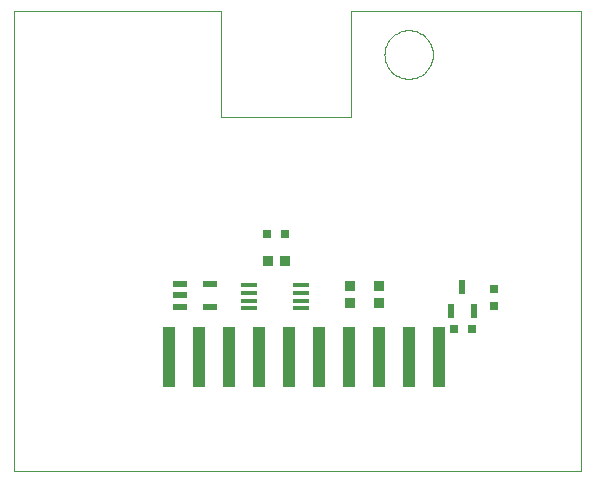
<source format=gtp>
G75*
%MOIN*%
%OFA0B0*%
%FSLAX24Y24*%
%IPPOS*%
%LPD*%
%AMOC8*
5,1,8,0,0,1.08239X$1,22.5*
%
%ADD10C,0.0000*%
%ADD11R,0.0500X0.0220*%
%ADD12R,0.0560X0.0170*%
%ADD13R,0.0220X0.0500*%
%ADD14R,0.0315X0.0315*%
%ADD15R,0.0374X0.0374*%
%ADD16R,0.0394X0.2000*%
D10*
X000139Y000149D02*
X000139Y015504D01*
X007029Y015504D01*
X007029Y011960D01*
X011360Y011960D01*
X011360Y015504D01*
X019037Y015504D01*
X019037Y000149D01*
X000139Y000149D01*
X012482Y014047D02*
X012484Y014103D01*
X012490Y014159D01*
X012500Y014215D01*
X012513Y014269D01*
X012531Y014323D01*
X012552Y014375D01*
X012576Y014426D01*
X012605Y014475D01*
X012636Y014521D01*
X012671Y014566D01*
X012708Y014608D01*
X012749Y014647D01*
X012792Y014683D01*
X012838Y014716D01*
X012885Y014746D01*
X012935Y014772D01*
X012987Y014795D01*
X013040Y014815D01*
X013094Y014830D01*
X013149Y014842D01*
X013205Y014850D01*
X013261Y014854D01*
X013317Y014854D01*
X013373Y014850D01*
X013429Y014842D01*
X013484Y014830D01*
X013538Y014815D01*
X013591Y014795D01*
X013643Y014772D01*
X013692Y014746D01*
X013740Y014716D01*
X013786Y014683D01*
X013829Y014647D01*
X013870Y014608D01*
X013907Y014566D01*
X013942Y014521D01*
X013973Y014475D01*
X014002Y014426D01*
X014026Y014375D01*
X014047Y014323D01*
X014065Y014269D01*
X014078Y014215D01*
X014088Y014159D01*
X014094Y014103D01*
X014096Y014047D01*
X014094Y013991D01*
X014088Y013935D01*
X014078Y013879D01*
X014065Y013825D01*
X014047Y013771D01*
X014026Y013719D01*
X014002Y013668D01*
X013973Y013619D01*
X013942Y013573D01*
X013907Y013528D01*
X013870Y013486D01*
X013829Y013447D01*
X013786Y013411D01*
X013740Y013378D01*
X013693Y013348D01*
X013643Y013322D01*
X013591Y013299D01*
X013538Y013279D01*
X013484Y013264D01*
X013429Y013252D01*
X013373Y013244D01*
X013317Y013240D01*
X013261Y013240D01*
X013205Y013244D01*
X013149Y013252D01*
X013094Y013264D01*
X013040Y013279D01*
X012987Y013299D01*
X012935Y013322D01*
X012885Y013348D01*
X012838Y013378D01*
X012792Y013411D01*
X012749Y013447D01*
X012708Y013486D01*
X012671Y013528D01*
X012636Y013573D01*
X012605Y013619D01*
X012576Y013668D01*
X012552Y013719D01*
X012531Y013771D01*
X012513Y013825D01*
X012500Y013879D01*
X012490Y013935D01*
X012484Y013991D01*
X012482Y014047D01*
D11*
X006673Y006386D03*
X006673Y005646D03*
X005653Y005646D03*
X005653Y006016D03*
X005653Y006386D03*
D12*
X007980Y006357D03*
X007980Y006107D03*
X007980Y005847D03*
X007980Y005597D03*
X009700Y005597D03*
X009700Y005847D03*
X009700Y006107D03*
X009700Y006357D03*
D13*
X014712Y005488D03*
X015452Y005488D03*
X015082Y006308D03*
D14*
X016119Y006243D03*
X016119Y005653D03*
X015398Y004895D03*
X014807Y004895D03*
X009157Y008071D03*
X008567Y008071D03*
D15*
X008605Y007169D03*
X009176Y007169D03*
X011317Y006341D03*
X011317Y005770D03*
X012298Y005770D03*
X012298Y006341D03*
D16*
X012305Y003968D03*
X013305Y003968D03*
X014305Y003968D03*
X011305Y003968D03*
X010305Y003968D03*
X009305Y003968D03*
X008305Y003968D03*
X007305Y003968D03*
X006305Y003968D03*
X005305Y003968D03*
M02*

</source>
